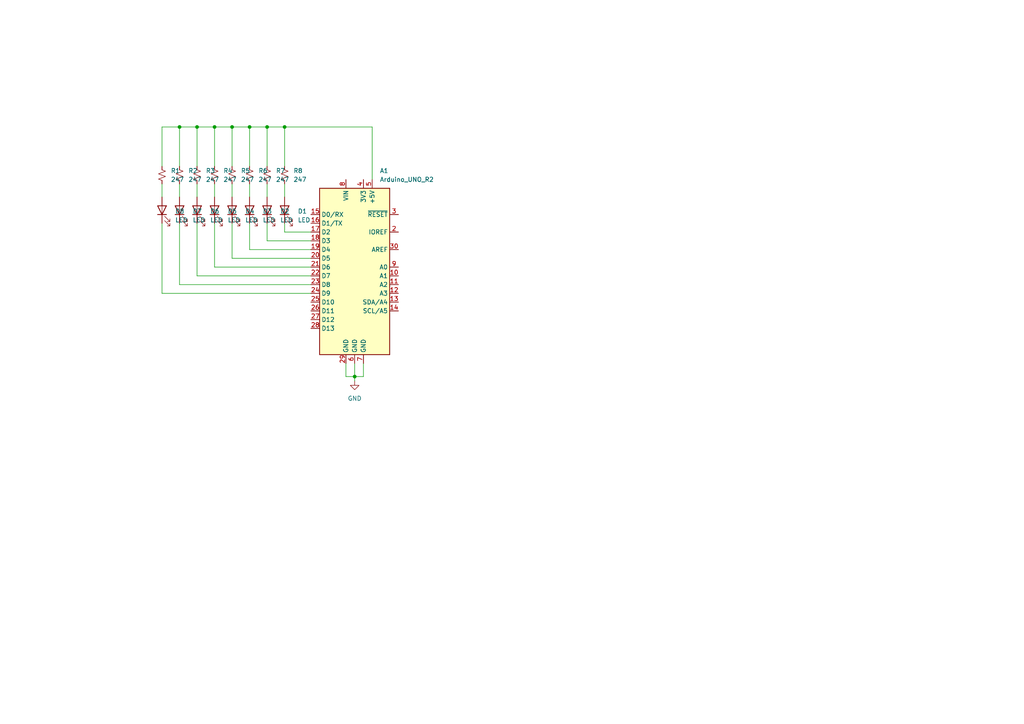
<source format=kicad_sch>
(kicad_sch (version 20230121) (generator eeschema)

  (uuid b58f3df0-bd21-4e52-bf8e-a4b4978a4dc4)

  (paper "A4")

  (title_block
    (title "ARDUINO LED SHIELD")
    (date "2024-01-15")
    (rev "1")
    (company "LE NGUYEN MINH QUANG")
    (comment 1 "HO CHI MINH CITY UNIVERSITY OF TECHNOLOGY")
  )

  (lib_symbols
    (symbol "Device:LED" (pin_numbers hide) (pin_names (offset 1.016) hide) (in_bom yes) (on_board yes)
      (property "Reference" "D" (at 0 2.54 0)
        (effects (font (size 1.27 1.27)))
      )
      (property "Value" "LED" (at 0 -2.54 0)
        (effects (font (size 1.27 1.27)))
      )
      (property "Footprint" "" (at 0 0 0)
        (effects (font (size 1.27 1.27)) hide)
      )
      (property "Datasheet" "~" (at 0 0 0)
        (effects (font (size 1.27 1.27)) hide)
      )
      (property "ki_keywords" "LED diode" (at 0 0 0)
        (effects (font (size 1.27 1.27)) hide)
      )
      (property "ki_description" "Light emitting diode" (at 0 0 0)
        (effects (font (size 1.27 1.27)) hide)
      )
      (property "ki_fp_filters" "LED* LED_SMD:* LED_THT:*" (at 0 0 0)
        (effects (font (size 1.27 1.27)) hide)
      )
      (symbol "LED_0_1"
        (polyline
          (pts
            (xy -1.27 -1.27)
            (xy -1.27 1.27)
          )
          (stroke (width 0.254) (type default))
          (fill (type none))
        )
        (polyline
          (pts
            (xy -1.27 0)
            (xy 1.27 0)
          )
          (stroke (width 0) (type default))
          (fill (type none))
        )
        (polyline
          (pts
            (xy 1.27 -1.27)
            (xy 1.27 1.27)
            (xy -1.27 0)
            (xy 1.27 -1.27)
          )
          (stroke (width 0.254) (type default))
          (fill (type none))
        )
        (polyline
          (pts
            (xy -3.048 -0.762)
            (xy -4.572 -2.286)
            (xy -3.81 -2.286)
            (xy -4.572 -2.286)
            (xy -4.572 -1.524)
          )
          (stroke (width 0) (type default))
          (fill (type none))
        )
        (polyline
          (pts
            (xy -1.778 -0.762)
            (xy -3.302 -2.286)
            (xy -2.54 -2.286)
            (xy -3.302 -2.286)
            (xy -3.302 -1.524)
          )
          (stroke (width 0) (type default))
          (fill (type none))
        )
      )
      (symbol "LED_1_1"
        (pin passive line (at -3.81 0 0) (length 2.54)
          (name "K" (effects (font (size 1.27 1.27))))
          (number "1" (effects (font (size 1.27 1.27))))
        )
        (pin passive line (at 3.81 0 180) (length 2.54)
          (name "A" (effects (font (size 1.27 1.27))))
          (number "2" (effects (font (size 1.27 1.27))))
        )
      )
    )
    (symbol "Device:R_Small_US" (pin_numbers hide) (pin_names (offset 0.254) hide) (in_bom yes) (on_board yes)
      (property "Reference" "R" (at 0.762 0.508 0)
        (effects (font (size 1.27 1.27)) (justify left))
      )
      (property "Value" "R_Small_US" (at 0.762 -1.016 0)
        (effects (font (size 1.27 1.27)) (justify left))
      )
      (property "Footprint" "" (at 0 0 0)
        (effects (font (size 1.27 1.27)) hide)
      )
      (property "Datasheet" "~" (at 0 0 0)
        (effects (font (size 1.27 1.27)) hide)
      )
      (property "ki_keywords" "r resistor" (at 0 0 0)
        (effects (font (size 1.27 1.27)) hide)
      )
      (property "ki_description" "Resistor, small US symbol" (at 0 0 0)
        (effects (font (size 1.27 1.27)) hide)
      )
      (property "ki_fp_filters" "R_*" (at 0 0 0)
        (effects (font (size 1.27 1.27)) hide)
      )
      (symbol "R_Small_US_1_1"
        (polyline
          (pts
            (xy 0 0)
            (xy 1.016 -0.381)
            (xy 0 -0.762)
            (xy -1.016 -1.143)
            (xy 0 -1.524)
          )
          (stroke (width 0) (type default))
          (fill (type none))
        )
        (polyline
          (pts
            (xy 0 1.524)
            (xy 1.016 1.143)
            (xy 0 0.762)
            (xy -1.016 0.381)
            (xy 0 0)
          )
          (stroke (width 0) (type default))
          (fill (type none))
        )
        (pin passive line (at 0 2.54 270) (length 1.016)
          (name "~" (effects (font (size 1.27 1.27))))
          (number "1" (effects (font (size 1.27 1.27))))
        )
        (pin passive line (at 0 -2.54 90) (length 1.016)
          (name "~" (effects (font (size 1.27 1.27))))
          (number "2" (effects (font (size 1.27 1.27))))
        )
      )
    )
    (symbol "MCU_Module:Arduino_UNO_R2" (in_bom yes) (on_board yes)
      (property "Reference" "A" (at -10.16 23.495 0)
        (effects (font (size 1.27 1.27)) (justify left bottom))
      )
      (property "Value" "Arduino_UNO_R2" (at 5.08 -26.67 0)
        (effects (font (size 1.27 1.27)) (justify left top))
      )
      (property "Footprint" "Module:Arduino_UNO_R2" (at 0 0 0)
        (effects (font (size 1.27 1.27) italic) hide)
      )
      (property "Datasheet" "https://www.arduino.cc/en/Main/arduinoBoardUno" (at 0 0 0)
        (effects (font (size 1.27 1.27)) hide)
      )
      (property "ki_keywords" "Arduino UNO R3 Microcontroller Module Atmel AVR USB" (at 0 0 0)
        (effects (font (size 1.27 1.27)) hide)
      )
      (property "ki_description" "Arduino UNO Microcontroller Module, release 2" (at 0 0 0)
        (effects (font (size 1.27 1.27)) hide)
      )
      (property "ki_fp_filters" "Arduino*UNO*R2*" (at 0 0 0)
        (effects (font (size 1.27 1.27)) hide)
      )
      (symbol "Arduino_UNO_R2_0_1"
        (rectangle (start -10.16 22.86) (end 10.16 -25.4)
          (stroke (width 0.254) (type default))
          (fill (type background))
        )
      )
      (symbol "Arduino_UNO_R2_1_1"
        (pin no_connect line (at -10.16 -20.32 0) (length 2.54) hide
          (name "NC" (effects (font (size 1.27 1.27))))
          (number "1" (effects (font (size 1.27 1.27))))
        )
        (pin bidirectional line (at 12.7 -2.54 180) (length 2.54)
          (name "A1" (effects (font (size 1.27 1.27))))
          (number "10" (effects (font (size 1.27 1.27))))
        )
        (pin bidirectional line (at 12.7 -5.08 180) (length 2.54)
          (name "A2" (effects (font (size 1.27 1.27))))
          (number "11" (effects (font (size 1.27 1.27))))
        )
        (pin bidirectional line (at 12.7 -7.62 180) (length 2.54)
          (name "A3" (effects (font (size 1.27 1.27))))
          (number "12" (effects (font (size 1.27 1.27))))
        )
        (pin bidirectional line (at 12.7 -10.16 180) (length 2.54)
          (name "SDA/A4" (effects (font (size 1.27 1.27))))
          (number "13" (effects (font (size 1.27 1.27))))
        )
        (pin bidirectional line (at 12.7 -12.7 180) (length 2.54)
          (name "SCL/A5" (effects (font (size 1.27 1.27))))
          (number "14" (effects (font (size 1.27 1.27))))
        )
        (pin bidirectional line (at -12.7 15.24 0) (length 2.54)
          (name "D0/RX" (effects (font (size 1.27 1.27))))
          (number "15" (effects (font (size 1.27 1.27))))
        )
        (pin bidirectional line (at -12.7 12.7 0) (length 2.54)
          (name "D1/TX" (effects (font (size 1.27 1.27))))
          (number "16" (effects (font (size 1.27 1.27))))
        )
        (pin bidirectional line (at -12.7 10.16 0) (length 2.54)
          (name "D2" (effects (font (size 1.27 1.27))))
          (number "17" (effects (font (size 1.27 1.27))))
        )
        (pin bidirectional line (at -12.7 7.62 0) (length 2.54)
          (name "D3" (effects (font (size 1.27 1.27))))
          (number "18" (effects (font (size 1.27 1.27))))
        )
        (pin bidirectional line (at -12.7 5.08 0) (length 2.54)
          (name "D4" (effects (font (size 1.27 1.27))))
          (number "19" (effects (font (size 1.27 1.27))))
        )
        (pin output line (at 12.7 10.16 180) (length 2.54)
          (name "IOREF" (effects (font (size 1.27 1.27))))
          (number "2" (effects (font (size 1.27 1.27))))
        )
        (pin bidirectional line (at -12.7 2.54 0) (length 2.54)
          (name "D5" (effects (font (size 1.27 1.27))))
          (number "20" (effects (font (size 1.27 1.27))))
        )
        (pin bidirectional line (at -12.7 0 0) (length 2.54)
          (name "D6" (effects (font (size 1.27 1.27))))
          (number "21" (effects (font (size 1.27 1.27))))
        )
        (pin bidirectional line (at -12.7 -2.54 0) (length 2.54)
          (name "D7" (effects (font (size 1.27 1.27))))
          (number "22" (effects (font (size 1.27 1.27))))
        )
        (pin bidirectional line (at -12.7 -5.08 0) (length 2.54)
          (name "D8" (effects (font (size 1.27 1.27))))
          (number "23" (effects (font (size 1.27 1.27))))
        )
        (pin bidirectional line (at -12.7 -7.62 0) (length 2.54)
          (name "D9" (effects (font (size 1.27 1.27))))
          (number "24" (effects (font (size 1.27 1.27))))
        )
        (pin bidirectional line (at -12.7 -10.16 0) (length 2.54)
          (name "D10" (effects (font (size 1.27 1.27))))
          (number "25" (effects (font (size 1.27 1.27))))
        )
        (pin bidirectional line (at -12.7 -12.7 0) (length 2.54)
          (name "D11" (effects (font (size 1.27 1.27))))
          (number "26" (effects (font (size 1.27 1.27))))
        )
        (pin bidirectional line (at -12.7 -15.24 0) (length 2.54)
          (name "D12" (effects (font (size 1.27 1.27))))
          (number "27" (effects (font (size 1.27 1.27))))
        )
        (pin bidirectional line (at -12.7 -17.78 0) (length 2.54)
          (name "D13" (effects (font (size 1.27 1.27))))
          (number "28" (effects (font (size 1.27 1.27))))
        )
        (pin power_in line (at -2.54 -27.94 90) (length 2.54)
          (name "GND" (effects (font (size 1.27 1.27))))
          (number "29" (effects (font (size 1.27 1.27))))
        )
        (pin input line (at 12.7 15.24 180) (length 2.54)
          (name "~{RESET}" (effects (font (size 1.27 1.27))))
          (number "3" (effects (font (size 1.27 1.27))))
        )
        (pin input line (at 12.7 5.08 180) (length 2.54)
          (name "AREF" (effects (font (size 1.27 1.27))))
          (number "30" (effects (font (size 1.27 1.27))))
        )
        (pin power_out line (at 2.54 25.4 270) (length 2.54)
          (name "3V3" (effects (font (size 1.27 1.27))))
          (number "4" (effects (font (size 1.27 1.27))))
        )
        (pin power_out line (at 5.08 25.4 270) (length 2.54)
          (name "+5V" (effects (font (size 1.27 1.27))))
          (number "5" (effects (font (size 1.27 1.27))))
        )
        (pin power_in line (at 0 -27.94 90) (length 2.54)
          (name "GND" (effects (font (size 1.27 1.27))))
          (number "6" (effects (font (size 1.27 1.27))))
        )
        (pin power_in line (at 2.54 -27.94 90) (length 2.54)
          (name "GND" (effects (font (size 1.27 1.27))))
          (number "7" (effects (font (size 1.27 1.27))))
        )
        (pin power_in line (at -2.54 25.4 270) (length 2.54)
          (name "VIN" (effects (font (size 1.27 1.27))))
          (number "8" (effects (font (size 1.27 1.27))))
        )
        (pin bidirectional line (at 12.7 0 180) (length 2.54)
          (name "A0" (effects (font (size 1.27 1.27))))
          (number "9" (effects (font (size 1.27 1.27))))
        )
      )
    )
    (symbol "power:GND" (power) (pin_names (offset 0)) (in_bom yes) (on_board yes)
      (property "Reference" "#PWR" (at 0 -6.35 0)
        (effects (font (size 1.27 1.27)) hide)
      )
      (property "Value" "GND" (at 0 -3.81 0)
        (effects (font (size 1.27 1.27)))
      )
      (property "Footprint" "" (at 0 0 0)
        (effects (font (size 1.27 1.27)) hide)
      )
      (property "Datasheet" "" (at 0 0 0)
        (effects (font (size 1.27 1.27)) hide)
      )
      (property "ki_keywords" "global power" (at 0 0 0)
        (effects (font (size 1.27 1.27)) hide)
      )
      (property "ki_description" "Power symbol creates a global label with name \"GND\" , ground" (at 0 0 0)
        (effects (font (size 1.27 1.27)) hide)
      )
      (symbol "GND_0_1"
        (polyline
          (pts
            (xy 0 0)
            (xy 0 -1.27)
            (xy 1.27 -1.27)
            (xy 0 -2.54)
            (xy -1.27 -1.27)
            (xy 0 -1.27)
          )
          (stroke (width 0) (type default))
          (fill (type none))
        )
      )
      (symbol "GND_1_1"
        (pin power_in line (at 0 0 270) (length 0) hide
          (name "GND" (effects (font (size 1.27 1.27))))
          (number "1" (effects (font (size 1.27 1.27))))
        )
      )
    )
  )

  (junction (at 52.07 36.83) (diameter 0) (color 0 0 0 0)
    (uuid 17e75825-2399-497b-89ef-c0af3eb09e91)
  )
  (junction (at 82.55 36.83) (diameter 0) (color 0 0 0 0)
    (uuid 2d8966d5-f84d-4071-8ab0-03f0ec6911de)
  )
  (junction (at 72.39 36.83) (diameter 0) (color 0 0 0 0)
    (uuid 369a763e-3848-4bdf-bdbd-c70f92632b10)
  )
  (junction (at 57.15 36.83) (diameter 0) (color 0 0 0 0)
    (uuid 3e34ab18-0f0f-4499-9fae-7e5f801ce038)
  )
  (junction (at 77.47 36.83) (diameter 0) (color 0 0 0 0)
    (uuid 6242efde-cadb-4274-9567-8a478ffb97ff)
  )
  (junction (at 102.87 109.22) (diameter 0) (color 0 0 0 0)
    (uuid 64baaed6-b513-4889-b75c-1e29b28a77fd)
  )
  (junction (at 62.23 36.83) (diameter 0) (color 0 0 0 0)
    (uuid 67e30fd9-a23e-498a-9889-5406b1a7d7f0)
  )
  (junction (at 67.31 36.83) (diameter 0) (color 0 0 0 0)
    (uuid b5eec6cf-e1be-4b1e-8c13-d6e403ed2e68)
  )

  (wire (pts (xy 82.55 36.83) (xy 82.55 48.26))
    (stroke (width 0) (type default))
    (uuid 13d3647d-ab87-4592-844a-88d2d6142bf0)
  )
  (wire (pts (xy 105.41 109.22) (xy 102.87 109.22))
    (stroke (width 0) (type default))
    (uuid 15dc7556-1c07-4c42-a5e6-090b2ecfa918)
  )
  (wire (pts (xy 77.47 69.85) (xy 90.17 69.85))
    (stroke (width 0) (type default))
    (uuid 17373244-7be7-4a3f-a5b7-f65e8ad95fe2)
  )
  (wire (pts (xy 82.55 64.77) (xy 82.55 67.31))
    (stroke (width 0) (type default))
    (uuid 2569c0a7-4782-46cc-9a78-8efef556642f)
  )
  (wire (pts (xy 77.47 36.83) (xy 82.55 36.83))
    (stroke (width 0) (type default))
    (uuid 27ee7fdf-73c6-4b2e-8e98-49d2e08e4ed8)
  )
  (wire (pts (xy 107.95 36.83) (xy 107.95 52.07))
    (stroke (width 0) (type default))
    (uuid 2b4b461f-d312-4b00-8659-f867426c384d)
  )
  (wire (pts (xy 46.99 53.34) (xy 46.99 57.15))
    (stroke (width 0) (type default))
    (uuid 2bf89048-d1b8-48e3-ab89-12f4dd692a3b)
  )
  (wire (pts (xy 100.33 109.22) (xy 102.87 109.22))
    (stroke (width 0) (type default))
    (uuid 337d2f4f-146d-4ef2-b2dd-8f189dd5a4f0)
  )
  (wire (pts (xy 77.47 36.83) (xy 77.47 48.26))
    (stroke (width 0) (type default))
    (uuid 37496c3d-b94d-4888-aaa9-88a232c91a1e)
  )
  (wire (pts (xy 72.39 64.77) (xy 72.39 72.39))
    (stroke (width 0) (type default))
    (uuid 3b403d4c-d0bc-40cd-9d8e-525ef73ee380)
  )
  (wire (pts (xy 77.47 53.34) (xy 77.47 57.15))
    (stroke (width 0) (type default))
    (uuid 42162861-85ee-4060-a387-4f07dd0f026b)
  )
  (wire (pts (xy 62.23 48.26) (xy 62.23 36.83))
    (stroke (width 0) (type default))
    (uuid 46f2e05f-acd0-4a25-932b-167fce0fd3a9)
  )
  (wire (pts (xy 102.87 105.41) (xy 102.87 109.22))
    (stroke (width 0) (type default))
    (uuid 47e95a39-c0b0-4f23-9b36-8792debf71c3)
  )
  (wire (pts (xy 102.87 109.22) (xy 102.87 110.49))
    (stroke (width 0) (type default))
    (uuid 4e118ff2-bf52-4035-9d84-c257cb457117)
  )
  (wire (pts (xy 46.99 64.77) (xy 46.99 85.09))
    (stroke (width 0) (type default))
    (uuid 4f026a58-f457-4b5c-8ebb-f45bb8e9b385)
  )
  (wire (pts (xy 62.23 77.47) (xy 90.17 77.47))
    (stroke (width 0) (type default))
    (uuid 5c6aac04-bf7f-4700-954a-43aa6a043b3f)
  )
  (wire (pts (xy 82.55 53.34) (xy 82.55 57.15))
    (stroke (width 0) (type default))
    (uuid 5fb19d45-8638-4a19-b39e-584e37d9200c)
  )
  (wire (pts (xy 52.07 53.34) (xy 52.07 57.15))
    (stroke (width 0) (type default))
    (uuid 61d56340-ee96-4c0a-a4d5-425ae6d29350)
  )
  (wire (pts (xy 46.99 36.83) (xy 52.07 36.83))
    (stroke (width 0) (type default))
    (uuid 65de3c78-7386-47be-9312-e4a3f6eb0299)
  )
  (wire (pts (xy 57.15 36.83) (xy 57.15 48.26))
    (stroke (width 0) (type default))
    (uuid 669547b5-e874-47b9-8eb1-73fa2cade1e0)
  )
  (wire (pts (xy 52.07 64.77) (xy 52.07 82.55))
    (stroke (width 0) (type default))
    (uuid 7e8ffbca-6860-49c7-a993-210993d77cd2)
  )
  (wire (pts (xy 62.23 36.83) (xy 67.31 36.83))
    (stroke (width 0) (type default))
    (uuid 900e96e2-9408-484a-a6d0-5735fa64dd7e)
  )
  (wire (pts (xy 52.07 36.83) (xy 57.15 36.83))
    (stroke (width 0) (type default))
    (uuid 95526276-b6f9-4290-8625-b8e9ad8e5685)
  )
  (wire (pts (xy 72.39 53.34) (xy 72.39 57.15))
    (stroke (width 0) (type default))
    (uuid 9aa1c765-9a44-4c86-8074-ddee35c62f5c)
  )
  (wire (pts (xy 67.31 36.83) (xy 72.39 36.83))
    (stroke (width 0) (type default))
    (uuid 9cbf8987-3ed0-4ebb-a4fc-5891889857bb)
  )
  (wire (pts (xy 67.31 74.93) (xy 90.17 74.93))
    (stroke (width 0) (type default))
    (uuid 9f0cb7a1-d283-48af-8448-d8247943fd49)
  )
  (wire (pts (xy 77.47 64.77) (xy 77.47 69.85))
    (stroke (width 0) (type default))
    (uuid a30bd4f6-0669-4122-8fbd-401d33bad9d8)
  )
  (wire (pts (xy 82.55 67.31) (xy 90.17 67.31))
    (stroke (width 0) (type default))
    (uuid b2e7defa-0e7b-47ef-a507-a7aa4e043786)
  )
  (wire (pts (xy 105.41 105.41) (xy 105.41 109.22))
    (stroke (width 0) (type default))
    (uuid b9ce99e2-035d-4a7b-8b85-3d7ce723d02c)
  )
  (wire (pts (xy 52.07 36.83) (xy 52.07 48.26))
    (stroke (width 0) (type default))
    (uuid bbddab0f-9c50-4ba9-8a15-1553f4b78c36)
  )
  (wire (pts (xy 57.15 80.01) (xy 90.17 80.01))
    (stroke (width 0) (type default))
    (uuid bd5ccef7-9096-4972-9cc6-4423aa78bd6b)
  )
  (wire (pts (xy 72.39 72.39) (xy 90.17 72.39))
    (stroke (width 0) (type default))
    (uuid c670c4a4-4170-4842-afbc-fa0e0cacac36)
  )
  (wire (pts (xy 72.39 36.83) (xy 72.39 48.26))
    (stroke (width 0) (type default))
    (uuid c783153d-eb1b-4b68-a631-b848edf7b2b9)
  )
  (wire (pts (xy 62.23 53.34) (xy 62.23 57.15))
    (stroke (width 0) (type default))
    (uuid c8799069-7c5a-4c5f-bd88-5ab5eaaf38bf)
  )
  (wire (pts (xy 82.55 36.83) (xy 107.95 36.83))
    (stroke (width 0) (type default))
    (uuid cbdafb7b-9c00-4ad6-b383-3adde74e53a3)
  )
  (wire (pts (xy 62.23 64.77) (xy 62.23 77.47))
    (stroke (width 0) (type default))
    (uuid cd700bb1-35a5-4a35-b362-27d5276c2eac)
  )
  (wire (pts (xy 67.31 53.34) (xy 67.31 57.15))
    (stroke (width 0) (type default))
    (uuid d24e49f5-efb8-4344-88fc-0a0c203ed360)
  )
  (wire (pts (xy 100.33 105.41) (xy 100.33 109.22))
    (stroke (width 0) (type default))
    (uuid d57618e8-f41b-485e-913b-e66182ff9805)
  )
  (wire (pts (xy 46.99 85.09) (xy 90.17 85.09))
    (stroke (width 0) (type default))
    (uuid da38cf57-ca36-4ec2-ab45-9fc0f844dba4)
  )
  (wire (pts (xy 67.31 64.77) (xy 67.31 74.93))
    (stroke (width 0) (type default))
    (uuid db038cf3-0060-4a28-b4e7-8833ed8ae1af)
  )
  (wire (pts (xy 57.15 53.34) (xy 57.15 57.15))
    (stroke (width 0) (type default))
    (uuid e3247b0b-018f-4230-892e-5f094c5989e2)
  )
  (wire (pts (xy 67.31 36.83) (xy 67.31 48.26))
    (stroke (width 0) (type default))
    (uuid e4e06942-6771-4f08-9975-5a6120676282)
  )
  (wire (pts (xy 46.99 48.26) (xy 46.99 36.83))
    (stroke (width 0) (type default))
    (uuid ea331791-443c-427f-9f25-f531bdbed7ed)
  )
  (wire (pts (xy 52.07 82.55) (xy 90.17 82.55))
    (stroke (width 0) (type default))
    (uuid f0358f93-e5de-4550-abfd-a8d41dba7035)
  )
  (wire (pts (xy 57.15 64.77) (xy 57.15 80.01))
    (stroke (width 0) (type default))
    (uuid f2bbfd68-5d16-4b2d-aecd-9903b849d8e3)
  )
  (wire (pts (xy 57.15 36.83) (xy 62.23 36.83))
    (stroke (width 0) (type default))
    (uuid f5424faf-8d85-4365-b865-3d014ee595b3)
  )
  (wire (pts (xy 72.39 36.83) (xy 77.47 36.83))
    (stroke (width 0) (type default))
    (uuid f61b3121-cf7c-4f0e-b5fc-80a5ddf1b693)
  )

  (symbol (lib_id "Device:R_Small_US") (at 72.39 50.8 0) (unit 1)
    (in_bom yes) (on_board yes) (dnp no) (fields_autoplaced)
    (uuid 04b06596-0fe1-4840-8303-bb66d569d4e7)
    (property "Reference" "R6" (at 74.93 49.53 0)
      (effects (font (size 1.27 1.27)) (justify left))
    )
    (property "Value" "247" (at 74.93 52.07 0)
      (effects (font (size 1.27 1.27)) (justify left))
    )
    (property "Footprint" "Resistor_SMD:R_0603_1608Metric" (at 72.39 50.8 0)
      (effects (font (size 1.27 1.27)) hide)
    )
    (property "Datasheet" "~" (at 72.39 50.8 0)
      (effects (font (size 1.27 1.27)) hide)
    )
    (pin "1" (uuid 00e19090-b031-4bdb-a3c1-73bd7085db49))
    (pin "2" (uuid 55c0fcca-c81a-4c86-a159-e61a395024c5))
    (instances
      (project "Arduino led shield"
        (path "/b58f3df0-bd21-4e52-bf8e-a4b4978a4dc4"
          (reference "R6") (unit 1)
        )
      )
    )
  )

  (symbol (lib_id "Device:R_Small_US") (at 82.55 50.8 0) (unit 1)
    (in_bom yes) (on_board yes) (dnp no) (fields_autoplaced)
    (uuid 0efa53eb-1579-4a52-b685-ebfade561be1)
    (property "Reference" "R8" (at 85.09 49.53 0)
      (effects (font (size 1.27 1.27)) (justify left))
    )
    (property "Value" "247" (at 85.09 52.07 0)
      (effects (font (size 1.27 1.27)) (justify left))
    )
    (property "Footprint" "Resistor_SMD:R_0603_1608Metric" (at 82.55 50.8 0)
      (effects (font (size 1.27 1.27)) hide)
    )
    (property "Datasheet" "~" (at 82.55 50.8 0)
      (effects (font (size 1.27 1.27)) hide)
    )
    (pin "1" (uuid e0a01114-0bea-449e-a953-7c0f467396e2))
    (pin "2" (uuid 2f774ded-08d0-4d1d-81b2-649144b2b3f1))
    (instances
      (project "Arduino led shield"
        (path "/b58f3df0-bd21-4e52-bf8e-a4b4978a4dc4"
          (reference "R8") (unit 1)
        )
      )
    )
  )

  (symbol (lib_id "Device:R_Small_US") (at 77.47 50.8 0) (unit 1)
    (in_bom yes) (on_board yes) (dnp no) (fields_autoplaced)
    (uuid 16a357a4-cdf2-429b-b730-3ca2eb9eaa6c)
    (property "Reference" "R7" (at 80.01 49.53 0)
      (effects (font (size 1.27 1.27)) (justify left))
    )
    (property "Value" "247" (at 80.01 52.07 0)
      (effects (font (size 1.27 1.27)) (justify left))
    )
    (property "Footprint" "Resistor_SMD:R_0603_1608Metric" (at 77.47 50.8 0)
      (effects (font (size 1.27 1.27)) hide)
    )
    (property "Datasheet" "~" (at 77.47 50.8 0)
      (effects (font (size 1.27 1.27)) hide)
    )
    (pin "1" (uuid 5f616d14-86dc-4a30-88a6-ace9f5ad442c))
    (pin "2" (uuid 9c5a4640-2b76-411a-bad5-5c8467eb6130))
    (instances
      (project "Arduino led shield"
        (path "/b58f3df0-bd21-4e52-bf8e-a4b4978a4dc4"
          (reference "R7") (unit 1)
        )
      )
    )
  )

  (symbol (lib_id "MCU_Module:Arduino_UNO_R2") (at 102.87 77.47 0) (unit 1)
    (in_bom yes) (on_board yes) (dnp no) (fields_autoplaced)
    (uuid 3b130b6e-c662-47de-bd79-4830c1abc3dc)
    (property "Reference" "A1" (at 110.1441 49.53 0)
      (effects (font (size 1.27 1.27)) (justify left))
    )
    (property "Value" "Arduino_UNO_R2" (at 110.1441 52.07 0)
      (effects (font (size 1.27 1.27)) (justify left))
    )
    (property "Footprint" "Module:Arduino_UNO_R2" (at 102.87 77.47 0)
      (effects (font (size 1.27 1.27) italic) hide)
    )
    (property "Datasheet" "https://www.arduino.cc/en/Main/arduinoBoardUno" (at 102.87 77.47 0)
      (effects (font (size 1.27 1.27)) hide)
    )
    (pin "1" (uuid 9a515211-2f50-47ba-a139-6febf219a17d))
    (pin "12" (uuid bec16c8e-85ce-409d-b537-e0f8ad127dcd))
    (pin "26" (uuid 8bda9a20-3c6b-481b-ae8f-22e38ae1f5d6))
    (pin "20" (uuid cc01d3b1-b725-416a-8002-d4be553862d8))
    (pin "14" (uuid 20c59964-dabe-49de-a140-7bb518d81342))
    (pin "15" (uuid 48265e52-ab8e-41a0-b620-74d36e389377))
    (pin "18" (uuid 24c3834d-6be3-4de0-aa6a-ab28cfe632f2))
    (pin "22" (uuid 4883635b-318a-4699-a90a-af686c237ebe))
    (pin "27" (uuid 8922ac69-7da2-4063-ac72-fdf3b3f41109))
    (pin "25" (uuid f8641054-6c95-40e0-96aa-13c1f361a5a7))
    (pin "11" (uuid f9678802-58ef-4e33-a55e-71f6a5b43b5d))
    (pin "21" (uuid 4bca69c8-28c9-49e3-97c4-56311fced3dd))
    (pin "23" (uuid cbbfafee-cee4-477d-bd04-6f6de7e226a1))
    (pin "10" (uuid 7e5a4a5f-04b3-4448-b97b-81a1f73a8c39))
    (pin "13" (uuid df324a0a-9a70-4fbb-8711-38cd0ed39837))
    (pin "16" (uuid 95f367fb-6792-4db5-8ed2-4d51de107e56))
    (pin "19" (uuid 5493dfa4-7972-4392-8815-dc35a6ed7d05))
    (pin "24" (uuid 52208a07-bae2-4434-87ee-bc6c29aeec76))
    (pin "2" (uuid ba156be1-49cb-494d-89e5-a80793b56568))
    (pin "28" (uuid bef513ba-a901-4fbe-a00c-8d38fc93689e))
    (pin "29" (uuid 13298d8c-0244-490c-84ea-7efbc1f03aa2))
    (pin "17" (uuid b706a4e9-ab8e-43d5-82f9-75c546106cd6))
    (pin "3" (uuid cac75070-146a-46f6-96c0-478b1ca08245))
    (pin "30" (uuid 32a56ab7-ab1f-4b46-a902-6a2f6778013a))
    (pin "5" (uuid 2efa5f3c-917a-46a3-b915-a5f13a5abf15))
    (pin "6" (uuid 232528c3-fe08-4d4a-8c33-ab921a180445))
    (pin "4" (uuid 840212f5-a3e1-4fa5-a1b0-466cc6c5cd10))
    (pin "7" (uuid 2222837e-c728-4e87-af80-2b6992105ce1))
    (pin "8" (uuid 3bf03f41-df70-4952-8698-e9217b23864f))
    (pin "9" (uuid 9344075f-8372-4fdd-b27a-79719ee410ed))
    (instances
      (project "Arduino led shield"
        (path "/b58f3df0-bd21-4e52-bf8e-a4b4978a4dc4"
          (reference "A1") (unit 1)
        )
      )
    )
  )

  (symbol (lib_id "Device:LED") (at 57.15 60.96 90) (unit 1)
    (in_bom yes) (on_board yes) (dnp no) (fields_autoplaced)
    (uuid 4f7668d5-4984-4a82-b3fb-beaa5c79e6d6)
    (property "Reference" "D6" (at 60.96 61.2775 90)
      (effects (font (size 1.27 1.27)) (justify right))
    )
    (property "Value" "LED" (at 60.96 63.8175 90)
      (effects (font (size 1.27 1.27)) (justify right))
    )
    (property "Footprint" "LED_SMD:LED_0805_2012Metric" (at 57.15 60.96 0)
      (effects (font (size 1.27 1.27)) hide)
    )
    (property "Datasheet" "~" (at 57.15 60.96 0)
      (effects (font (size 1.27 1.27)) hide)
    )
    (pin "1" (uuid 2ee447ee-ae00-4508-b414-f9f01f1945c2))
    (pin "2" (uuid 102ba64f-2896-4165-933f-3e77e87bf704))
    (instances
      (project "Arduino led shield"
        (path "/b58f3df0-bd21-4e52-bf8e-a4b4978a4dc4"
          (reference "D6") (unit 1)
        )
      )
    )
  )

  (symbol (lib_id "Device:LED") (at 62.23 60.96 90) (unit 1)
    (in_bom yes) (on_board yes) (dnp no) (fields_autoplaced)
    (uuid 51c0dbc3-aa5e-4064-8b8e-eb54c3076279)
    (property "Reference" "D5" (at 66.04 61.2775 90)
      (effects (font (size 1.27 1.27)) (justify right))
    )
    (property "Value" "LED" (at 66.04 63.8175 90)
      (effects (font (size 1.27 1.27)) (justify right))
    )
    (property "Footprint" "LED_SMD:LED_0805_2012Metric" (at 62.23 60.96 0)
      (effects (font (size 1.27 1.27)) hide)
    )
    (property "Datasheet" "~" (at 62.23 60.96 0)
      (effects (font (size 1.27 1.27)) hide)
    )
    (pin "1" (uuid 47e88db8-6fdb-46a7-8831-85ba9e2648da))
    (pin "2" (uuid 740841b1-871b-4734-87e5-3cab7941dafd))
    (instances
      (project "Arduino led shield"
        (path "/b58f3df0-bd21-4e52-bf8e-a4b4978a4dc4"
          (reference "D5") (unit 1)
        )
      )
    )
  )

  (symbol (lib_id "Device:LED") (at 72.39 60.96 90) (unit 1)
    (in_bom yes) (on_board yes) (dnp no) (fields_autoplaced)
    (uuid 570d75ec-773c-465d-84d2-42b04e6cafc7)
    (property "Reference" "D3" (at 76.2 61.2775 90)
      (effects (font (size 1.27 1.27)) (justify right))
    )
    (property "Value" "LED" (at 76.2 63.8175 90)
      (effects (font (size 1.27 1.27)) (justify right))
    )
    (property "Footprint" "LED_SMD:LED_0805_2012Metric" (at 72.39 60.96 0)
      (effects (font (size 1.27 1.27)) hide)
    )
    (property "Datasheet" "~" (at 72.39 60.96 0)
      (effects (font (size 1.27 1.27)) hide)
    )
    (pin "1" (uuid e159947a-e893-459a-984a-00f53446fccc))
    (pin "2" (uuid af280fee-63ab-4655-916c-c29be8b6b278))
    (instances
      (project "Arduino led shield"
        (path "/b58f3df0-bd21-4e52-bf8e-a4b4978a4dc4"
          (reference "D3") (unit 1)
        )
      )
    )
  )

  (symbol (lib_id "Device:R_Small_US") (at 46.99 50.8 0) (unit 1)
    (in_bom yes) (on_board yes) (dnp no) (fields_autoplaced)
    (uuid 618208c3-bc2e-43f8-97ff-3d0f7b0f694b)
    (property "Reference" "R1" (at 49.53 49.53 0)
      (effects (font (size 1.27 1.27)) (justify left))
    )
    (property "Value" "247" (at 49.53 52.07 0)
      (effects (font (size 1.27 1.27)) (justify left))
    )
    (property "Footprint" "Resistor_SMD:R_0603_1608Metric" (at 46.99 50.8 0)
      (effects (font (size 1.27 1.27)) hide)
    )
    (property "Datasheet" "~" (at 46.99 50.8 0)
      (effects (font (size 1.27 1.27)) hide)
    )
    (pin "1" (uuid 2213e39b-26f7-4e20-aecc-d3e6f5ab3667))
    (pin "2" (uuid de8ee901-fe43-49b1-aca8-849ef1d534e6))
    (instances
      (project "Arduino led shield"
        (path "/b58f3df0-bd21-4e52-bf8e-a4b4978a4dc4"
          (reference "R1") (unit 1)
        )
      )
    )
  )

  (symbol (lib_id "Device:R_Small_US") (at 52.07 50.8 0) (unit 1)
    (in_bom yes) (on_board yes) (dnp no) (fields_autoplaced)
    (uuid 61d4cf2e-35f0-49e9-8d6f-ba983ffbfa99)
    (property "Reference" "R2" (at 54.61 49.53 0)
      (effects (font (size 1.27 1.27)) (justify left))
    )
    (property "Value" "247" (at 54.61 52.07 0)
      (effects (font (size 1.27 1.27)) (justify left))
    )
    (property "Footprint" "Resistor_SMD:R_0603_1608Metric" (at 52.07 50.8 0)
      (effects (font (size 1.27 1.27)) hide)
    )
    (property "Datasheet" "~" (at 52.07 50.8 0)
      (effects (font (size 1.27 1.27)) hide)
    )
    (pin "1" (uuid 2aef48f4-c3bc-44ce-829d-edc859108867))
    (pin "2" (uuid 62dbf4e1-99ae-49a5-98e1-bc380c350d0e))
    (instances
      (project "Arduino led shield"
        (path "/b58f3df0-bd21-4e52-bf8e-a4b4978a4dc4"
          (reference "R2") (unit 1)
        )
      )
    )
  )

  (symbol (lib_id "Device:R_Small_US") (at 67.31 50.8 0) (unit 1)
    (in_bom yes) (on_board yes) (dnp no) (fields_autoplaced)
    (uuid 75cf2aea-9c2d-44f4-a36d-40f6944ad6df)
    (property "Reference" "R5" (at 69.85 49.53 0)
      (effects (font (size 1.27 1.27)) (justify left))
    )
    (property "Value" "247" (at 69.85 52.07 0)
      (effects (font (size 1.27 1.27)) (justify left))
    )
    (property "Footprint" "Resistor_SMD:R_0603_1608Metric" (at 67.31 50.8 0)
      (effects (font (size 1.27 1.27)) hide)
    )
    (property "Datasheet" "~" (at 67.31 50.8 0)
      (effects (font (size 1.27 1.27)) hide)
    )
    (pin "1" (uuid 57e65760-832e-4dba-a484-27ab7a62b0ab))
    (pin "2" (uuid 0ab06e8b-e500-4c1c-b190-508f60dbf735))
    (instances
      (project "Arduino led shield"
        (path "/b58f3df0-bd21-4e52-bf8e-a4b4978a4dc4"
          (reference "R5") (unit 1)
        )
      )
    )
  )

  (symbol (lib_id "Device:LED") (at 46.99 60.96 90) (unit 1)
    (in_bom yes) (on_board yes) (dnp no) (fields_autoplaced)
    (uuid 7bd845d6-5070-452b-b9c6-df02794ecb6d)
    (property "Reference" "D8" (at 50.8 61.2775 90)
      (effects (font (size 1.27 1.27)) (justify right))
    )
    (property "Value" "LED" (at 50.8 63.8175 90)
      (effects (font (size 1.27 1.27)) (justify right))
    )
    (property "Footprint" "LED_SMD:LED_0805_2012Metric" (at 46.99 60.96 0)
      (effects (font (size 1.27 1.27)) hide)
    )
    (property "Datasheet" "~" (at 46.99 60.96 0)
      (effects (font (size 1.27 1.27)) hide)
    )
    (pin "1" (uuid 5179d58b-8065-4c4d-ab30-85631bf67319))
    (pin "2" (uuid 3a10ccc2-2048-4e2f-b38b-6835c72dff41))
    (instances
      (project "Arduino led shield"
        (path "/b58f3df0-bd21-4e52-bf8e-a4b4978a4dc4"
          (reference "D8") (unit 1)
        )
      )
    )
  )

  (symbol (lib_id "Device:LED") (at 52.07 60.96 90) (unit 1)
    (in_bom yes) (on_board yes) (dnp no) (fields_autoplaced)
    (uuid 989f1f2e-dd68-4170-900a-ae859e564f56)
    (property "Reference" "D7" (at 55.88 61.2775 90)
      (effects (font (size 1.27 1.27)) (justify right))
    )
    (property "Value" "LED" (at 55.88 63.8175 90)
      (effects (font (size 1.27 1.27)) (justify right))
    )
    (property "Footprint" "LED_SMD:LED_0805_2012Metric" (at 52.07 60.96 0)
      (effects (font (size 1.27 1.27)) hide)
    )
    (property "Datasheet" "~" (at 52.07 60.96 0)
      (effects (font (size 1.27 1.27)) hide)
    )
    (pin "1" (uuid 4b1a3308-2ac7-4496-aa89-81363ab63698))
    (pin "2" (uuid 13533496-cd89-4406-aa65-3280255fdee8))
    (instances
      (project "Arduino led shield"
        (path "/b58f3df0-bd21-4e52-bf8e-a4b4978a4dc4"
          (reference "D7") (unit 1)
        )
      )
    )
  )

  (symbol (lib_id "Device:LED") (at 77.47 60.96 90) (unit 1)
    (in_bom yes) (on_board yes) (dnp no) (fields_autoplaced)
    (uuid a652a208-7e86-45b1-ab76-1a64e8326adf)
    (property "Reference" "D2" (at 81.28 61.2775 90)
      (effects (font (size 1.27 1.27)) (justify right))
    )
    (property "Value" "LED" (at 81.28 63.8175 90)
      (effects (font (size 1.27 1.27)) (justify right))
    )
    (property "Footprint" "LED_SMD:LED_0805_2012Metric" (at 77.47 60.96 0)
      (effects (font (size 1.27 1.27)) hide)
    )
    (property "Datasheet" "~" (at 77.47 60.96 0)
      (effects (font (size 1.27 1.27)) hide)
    )
    (pin "1" (uuid 8a76a64b-2660-4a03-8fb6-bdc0422af630))
    (pin "2" (uuid 495b45e9-5a8b-4bd2-9838-f0868625f48e))
    (instances
      (project "Arduino led shield"
        (path "/b58f3df0-bd21-4e52-bf8e-a4b4978a4dc4"
          (reference "D2") (unit 1)
        )
      )
    )
  )

  (symbol (lib_id "Device:R_Small_US") (at 57.15 50.8 0) (unit 1)
    (in_bom yes) (on_board yes) (dnp no) (fields_autoplaced)
    (uuid adb23c35-42ef-49e0-a8e6-230bdd300a8b)
    (property "Reference" "R3" (at 59.69 49.53 0)
      (effects (font (size 1.27 1.27)) (justify left))
    )
    (property "Value" "247" (at 59.69 52.07 0)
      (effects (font (size 1.27 1.27)) (justify left))
    )
    (property "Footprint" "Resistor_SMD:R_0603_1608Metric" (at 57.15 50.8 0)
      (effects (font (size 1.27 1.27)) hide)
    )
    (property "Datasheet" "~" (at 57.15 50.8 0)
      (effects (font (size 1.27 1.27)) hide)
    )
    (pin "1" (uuid 73b6ac6e-928d-42bb-8701-785322dfbeae))
    (pin "2" (uuid 48c05d44-ba61-484f-919d-8109cdddd7bb))
    (instances
      (project "Arduino led shield"
        (path "/b58f3df0-bd21-4e52-bf8e-a4b4978a4dc4"
          (reference "R3") (unit 1)
        )
      )
    )
  )

  (symbol (lib_id "Device:LED") (at 67.31 60.96 90) (unit 1)
    (in_bom yes) (on_board yes) (dnp no) (fields_autoplaced)
    (uuid bb4097fa-d389-4af1-a050-ccb22c4b0c15)
    (property "Reference" "D4" (at 71.12 61.2775 90)
      (effects (font (size 1.27 1.27)) (justify right))
    )
    (property "Value" "LED" (at 71.12 63.8175 90)
      (effects (font (size 1.27 1.27)) (justify right))
    )
    (property "Footprint" "LED_SMD:LED_0805_2012Metric" (at 67.31 60.96 0)
      (effects (font (size 1.27 1.27)) hide)
    )
    (property "Datasheet" "~" (at 67.31 60.96 0)
      (effects (font (size 1.27 1.27)) hide)
    )
    (pin "1" (uuid 68913b3c-dba1-4556-9377-a311bbeab99c))
    (pin "2" (uuid 8265da01-debd-46af-8d7a-582be68112f7))
    (instances
      (project "Arduino led shield"
        (path "/b58f3df0-bd21-4e52-bf8e-a4b4978a4dc4"
          (reference "D4") (unit 1)
        )
      )
    )
  )

  (symbol (lib_id "power:GND") (at 102.87 110.49 0) (unit 1)
    (in_bom yes) (on_board yes) (dnp no) (fields_autoplaced)
    (uuid c20db796-b35e-49aa-b31e-fc5844c6e6a3)
    (property "Reference" "#PWR01" (at 102.87 116.84 0)
      (effects (font (size 1.27 1.27)) hide)
    )
    (property "Value" "GND" (at 102.87 115.57 0)
      (effects (font (size 1.27 1.27)))
    )
    (property "Footprint" "" (at 102.87 110.49 0)
      (effects (font (size 1.27 1.27)) hide)
    )
    (property "Datasheet" "" (at 102.87 110.49 0)
      (effects (font (size 1.27 1.27)) hide)
    )
    (pin "1" (uuid a119982e-16b4-4ce7-a1f7-c2568313ffac))
    (instances
      (project "Arduino led shield"
        (path "/b58f3df0-bd21-4e52-bf8e-a4b4978a4dc4"
          (reference "#PWR01") (unit 1)
        )
      )
    )
  )

  (symbol (lib_id "Device:LED") (at 82.55 60.96 90) (unit 1)
    (in_bom yes) (on_board yes) (dnp no) (fields_autoplaced)
    (uuid c451567a-d78f-4717-8b2b-77e0b44d41a6)
    (property "Reference" "D1" (at 86.36 61.2775 90)
      (effects (font (size 1.27 1.27)) (justify right))
    )
    (property "Value" "LED" (at 86.36 63.8175 90)
      (effects (font (size 1.27 1.27)) (justify right))
    )
    (property "Footprint" "LED_SMD:LED_0805_2012Metric" (at 82.55 60.96 0)
      (effects (font (size 1.27 1.27)) hide)
    )
    (property "Datasheet" "~" (at 82.55 60.96 0)
      (effects (font (size 1.27 1.27)) hide)
    )
    (pin "1" (uuid 0ec03372-f845-4470-a6f2-f31b07971196))
    (pin "2" (uuid 79dc219a-c187-434c-8d8e-48ca01bc4077))
    (instances
      (project "Arduino led shield"
        (path "/b58f3df0-bd21-4e52-bf8e-a4b4978a4dc4"
          (reference "D1") (unit 1)
        )
      )
    )
  )

  (symbol (lib_id "Device:R_Small_US") (at 62.23 50.8 0) (unit 1)
    (in_bom yes) (on_board yes) (dnp no) (fields_autoplaced)
    (uuid d7009e47-f92a-4d50-a3d8-523f68bd919e)
    (property "Reference" "R4" (at 64.77 49.53 0)
      (effects (font (size 1.27 1.27)) (justify left))
    )
    (property "Value" "247" (at 64.77 52.07 0)
      (effects (font (size 1.27 1.27)) (justify left))
    )
    (property "Footprint" "Resistor_SMD:R_0603_1608Metric" (at 62.23 50.8 0)
      (effects (font (size 1.27 1.27)) hide)
    )
    (property "Datasheet" "~" (at 62.23 50.8 0)
      (effects (font (size 1.27 1.27)) hide)
    )
    (pin "1" (uuid 6245e91a-3e82-479f-9d7c-543046af31e3))
    (pin "2" (uuid 912931c0-bc65-4757-8133-2698f67c653e))
    (instances
      (project "Arduino led shield"
        (path "/b58f3df0-bd21-4e52-bf8e-a4b4978a4dc4"
          (reference "R4") (unit 1)
        )
      )
    )
  )

  (sheet_instances
    (path "/" (page "1"))
  )
)

</source>
